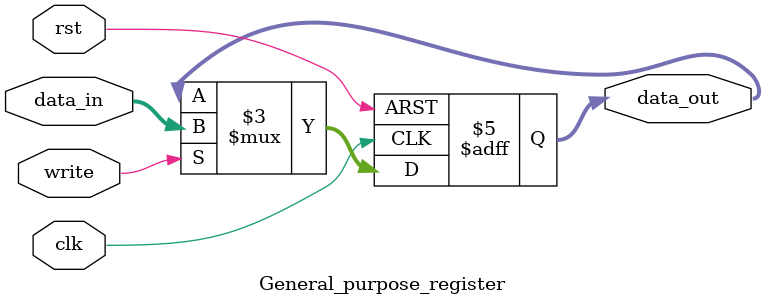
<source format=v>
module General_purpose_register
        (input clk,write,rst,
        input [15:0] data_in,
        output reg[15:0] data_out);

	always @(posedge clk or posedge rst)
           begin
                 if ( rst ) data_out <= 0;
                 else if ( write ) data_out <= data_in;   
                 else data_out = data_out;

           end

endmodule
           
        

</source>
